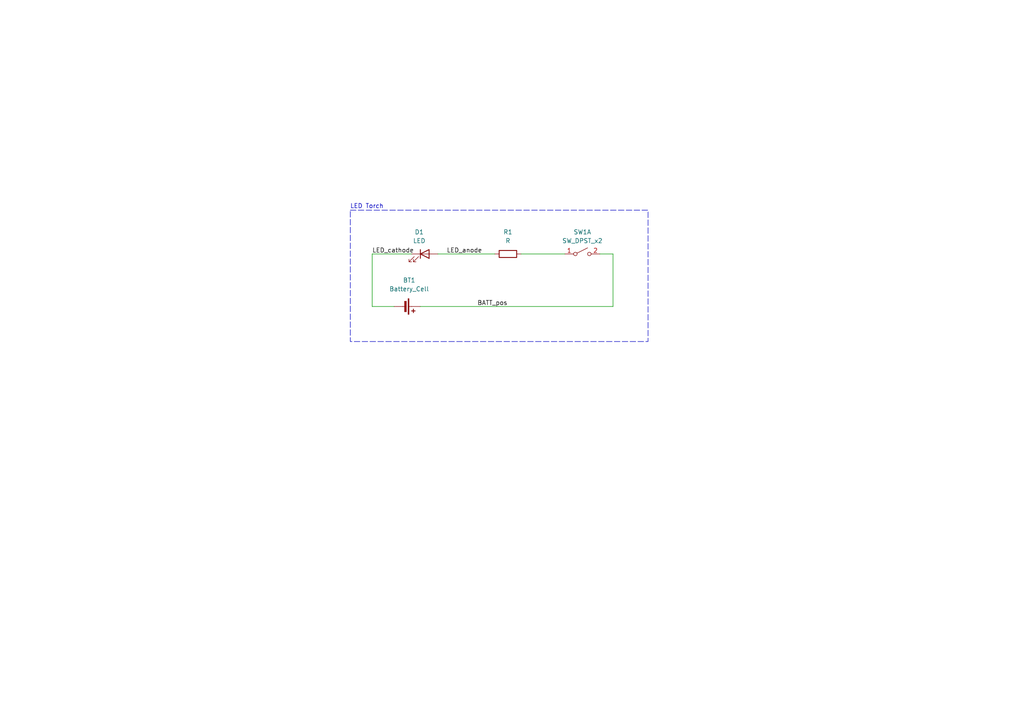
<source format=kicad_sch>
(kicad_sch (version 20231120) (generator "eeschema") (generator_version "8.0")
  (paper "A4")
  (title_block (title "Title") (date "Date") (rev "Revision") (company "Company") (comment 1 "Comment 1") (comment 2 "Comment 2") (comment 3 "Comment 3") (comment 4 "Comment 4") (comment 5 "Comment 5") (comment 6 "Comment 6") (comment 7 "Comment 7") (comment 8 "Comment 8") (comment 9 "Comment 9"))
  (lib_symbols
    (symbol "Device:Battery_Cell" (pin_numbers hide) (pin_names (offset 0) hide)
      (property "Reference" "BT" (at 2.54 2.54 0))
      (property "Value" "Battery_Cell" (at 2.54 0 0))
      (symbol "Battery_Cell_0_1"
        (rectangle (start -2.286 1.778) (end 2.286 1.524) (fill (type outline)))
        (rectangle (start -1.524 1.016) (end 1.524 0.508) (fill (type outline)))
        (polyline (pts (xy 0 0.762) (xy 0 0)))
        (polyline (pts (xy 0 1.778) (xy 0 2.54)))
        (polyline (pts (xy 0.762 3.048) (xy 1.778 3.048)) (stroke (width 0.254)))
        (polyline (pts (xy 1.27 3.556) (xy 1.27 2.54)) (stroke (width 0.254)))
      )
      (symbol "Battery_Cell_1_1"
        (pin passive line (at 0 5.08 270) (length 2.54) (name "+") (number "1"))
        (pin passive line (at 0 -2.54 90) (length 2.54) (name "-") (number "2"))
      )
    )
    (symbol "Device:LED" (pin_numbers hide) (pin_names (offset 1.016) hide)
      (property "Reference" "D" (at 0 2.54 0))
      (property "Value" "LED" (at 0 -2.54 0))
      (symbol "LED_0_1"
        (polyline (pts (xy -1.27 -1.27) (xy -1.27 1.27)) (stroke (width 0.254)))
        (polyline (pts (xy -1.27 0) (xy 1.27 0)))
        (polyline (pts (xy 1.27 -1.27) (xy 1.27 1.27) (xy -1.27 0) (xy 1.27 -1.27)) (stroke (width 0.254)))
        (polyline (pts (xy -3.048 -0.762) (xy -4.572 -2.286) (xy -3.81 -2.286) (xy -4.572 -2.286) (xy -4.572 -1.524)))
        (polyline (pts (xy -1.778 -0.762) (xy -3.302 -2.286) (xy -2.54 -2.286) (xy -3.302 -2.286) (xy -3.302 -1.524)))
      )
      (symbol "LED_1_1"
        (pin passive line (at -3.81 0 0) (length 2.54) (name "K") (number "1"))
        (pin passive line (at 3.81 0 180) (length 2.54) (name "A") (number "2"))
      )
    )
    (symbol "Device:R" (pin_numbers hide) (pin_names (offset 0))
      (property "Reference" "R" (at 2.032 0 90))
      (property "Value" "R" (at 0 0 90))
      (symbol "R_0_1"
        (rectangle (start -1.016 -2.54) (end 1.016 2.54) (stroke (width 0.254)))
      )
      (symbol "R_1_1"
        (pin passive line (at 0 3.81 270) (length 1.27) (name "~") (number "1"))
        (pin passive line (at 0 -3.81 90) (length 1.27) (name "~") (number "2"))
      )
    )
    (symbol "Switch:SW_DPST_x2" (pin_names (offset 0) hide)
      (property "Reference" "SW" (at 0 3.175 0))
      (property "Value" "SW_DPST_x2" (at 0 -2.54 0))
      (symbol "SW_DPST_x2_0_0"
        (circle (center -2.032 0) (radius 0.508))
        (polyline (pts (xy -1.524 0.254) (xy 1.524 1.778)))
        (circle (center 2.032 0) (radius 0.508))
      )
      (symbol "SW_DPST_x2_1_1"
        (pin passive line (at -5.08 0 0) (length 2.54) (name "A") (number "1"))
        (pin passive line (at 5.08 0 180) (length 2.54) (name "B") (number "2"))
      )
      (symbol "SW_DPST_x2_2_1"
        (pin passive line (at -5.08 0 0) (length 2.54) (name "A") (number "3"))
        (pin passive line (at 5.08 0 180) (length 2.54) (name "B") (number "4"))
      )
    )
  )
  (wire (pts (xy 121.92 88.9) (xy 177.8 88.9)))
  (wire (pts (xy 173.99 73.66) (xy 177.8 73.66)))
  (wire (pts (xy 107.95 88.9) (xy 114.3 88.9)))
  (wire (pts (xy 127 73.66) (xy 143.51 73.66)))
  (wire (pts (xy 177.8 73.66) (xy 177.8 88.9)))
  (wire (pts (xy 107.95 73.66) (xy 107.95 88.9)))
  (wire (pts (xy 119.38 73.66) (xy 107.95 73.66)))
  (wire (pts (xy 151.13 73.66) (xy 163.83 73.66)))
  (rectangle (start 101.6 60.96) (end 187.96 99.06) (stroke (width 0) (type dash)))
  (text "LED Torch" (at 106.426 59.944 0) (effects (font (size 1.27 1.27))))
  (label "BATT_pos" (at 138.43 88.9 0))
  (label "LED_anode" (at 129.54 73.66 0))
  (label "LED_cathode" (at 107.95 73.66 0))
  (symbol (lib_id "Switch:SW_DPST_x2") (at 168.91 73.66 0) (unit 1)
    (property "Reference" "SW1" (at 168.91 67.31 0))
    (property "Value" "SW_DPST_x2" (at 168.91 69.85 0))
    (property "Footprint" "Button_Switch_THT:SW_TH_Tactile_Omron_B3F-10xx" (effects (hide yes)))
    (property "Description" "Single Pole Single Throw (SPST) switch, separate symbol" (effects (hide yes)))
  )
  (symbol (lib_id "Device:Battery_Cell") (at 116.84 88.9 270) (unit 1)
    (property "Reference" "BT1" (at 118.6815 81.28 90))
    (property "Value" "Battery_Cell" (at 118.6815 83.82 90))
    (property "Footprint" "Battery:BatteryHolder_Keystone_1058_1x2032" (effects (hide yes)))
    (property "Description" "Single-cell battery" (effects (hide yes)))
  )
  (symbol (lib_id "Device:LED") (at 123.19 73.66 0) (unit 1)
    (property "Reference" "D1" (at 121.6025 67.31 0))
    (property "Value" "LED" (at 121.6025 69.85 0))
    (property "Footprint" "LED_THT:LED_D5.0mm" (effects (hide yes)))
    (property "Description" "Light emitting diode" (effects (hide yes)))
  )
  (symbol (lib_id "Device:R") (at 147.32 73.66 90) (unit 1)
    (property "Reference" "R1" (at 147.32 67.31 90))
    (property "Value" "R" (at 147.32 69.85 90))
    (property "Footprint" "Resistor_THT:R_Axial_DIN0204_L3.6mm_D1.6mm_P7.62mm_Horizontal" (effects (hide yes)))
    (property "Description" "Resistor" (effects (hide yes)))
  )
)
</source>
